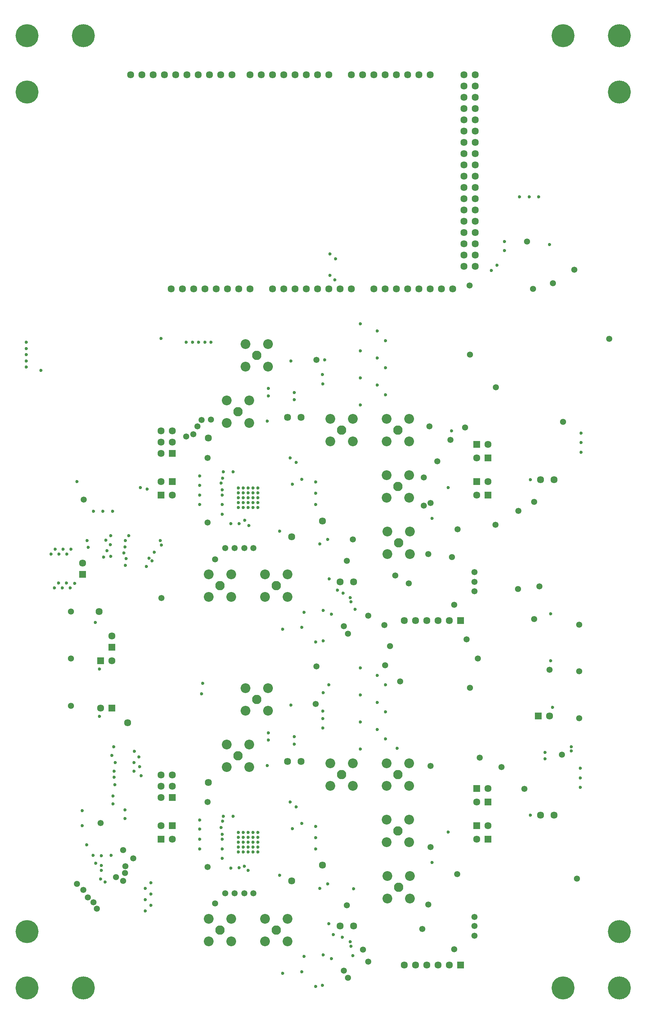
<source format=gbr>
%TF.GenerationSoftware,Altium Limited,Altium Designer,23.1.1 (15)*%
G04 Layer_Color=16711935*
%FSLAX45Y45*%
%MOMM*%
%TF.SameCoordinates,0F2ED6FA-663B-4D60-9F9C-34395667DD86*%
%TF.FilePolarity,Negative*%
%TF.FileFunction,Soldermask,Bot*%
%TF.Part,Single*%
G01*
G75*
%TA.AperFunction,ViaPad*%
%ADD71C,5.19200*%
%TA.AperFunction,ComponentPad*%
%ADD72C,1.61200*%
%ADD73C,5.19200*%
%ADD74C,2.21200*%
%ADD75R,1.61200X1.61200*%
%ADD76C,2.11200*%
%ADD77R,1.61200X1.61200*%
%TA.AperFunction,ViaPad*%
%ADD78C,0.74700*%
%ADD79C,1.61200*%
%ADD80C,1.38200*%
D71*
X12471400Y381000D02*
D03*
X13741400Y1651000D02*
D03*
Y20574001D02*
D03*
X12471400Y21844000D02*
D03*
X1651000Y381000D02*
D03*
X381000Y1651000D02*
D03*
Y20574001D02*
D03*
X1651000Y21844000D02*
D03*
D72*
X11963400Y11836400D02*
D03*
X6261100Y13246100D02*
D03*
Y5486400D02*
D03*
X11963400Y4279900D02*
D03*
X7442200Y9537700D02*
D03*
Y1778000D02*
D03*
X1638300Y9956800D02*
D03*
X10490200Y16649699D02*
D03*
X10236200D02*
D03*
X5156200Y16141701D02*
D03*
X4902200D02*
D03*
X3479800Y20967700D02*
D03*
X12268200Y11836400D02*
D03*
X3403600Y12433300D02*
D03*
X3657600Y12687300D02*
D03*
X3403600D02*
D03*
X3657600Y12941299D02*
D03*
X3403600D02*
D03*
Y4673600D02*
D03*
X3657600Y4927600D02*
D03*
X3403600D02*
D03*
X3657600Y5181600D02*
D03*
X3403600D02*
D03*
X6565900Y5486400D02*
D03*
X7747000Y1778000D02*
D03*
X4470400Y5016500D02*
D03*
X9906000Y901700D02*
D03*
X9652000D02*
D03*
X9398000D02*
D03*
X9144000D02*
D03*
X8890000D02*
D03*
X6350000Y2794000D02*
D03*
X7048500Y3149600D02*
D03*
X3403600Y4038600D02*
D03*
X3657600Y3733800D02*
D03*
X10782300Y4876800D02*
D03*
X10528300Y4572000D02*
D03*
X10782300Y4038600D02*
D03*
X10528300Y3733800D02*
D03*
X7048500Y10909300D02*
D03*
X4470400Y12776200D02*
D03*
X10782300Y11798300D02*
D03*
X10528300Y11493500D02*
D03*
X10782300Y12636500D02*
D03*
X10528300Y12331700D02*
D03*
X3403600Y11798300D02*
D03*
X3657600Y11493500D02*
D03*
X6350000Y10553700D02*
D03*
X9906000Y8661400D02*
D03*
X9652000D02*
D03*
X9398000D02*
D03*
X9144000D02*
D03*
X8890000D02*
D03*
X7747000Y9537700D02*
D03*
X6565900Y13246100D02*
D03*
X12166600Y6515100D02*
D03*
X2044700Y6692900D02*
D03*
X2298700Y7759700D02*
D03*
Y8318500D02*
D03*
X12268200Y4279900D02*
D03*
X6172200Y16141701D02*
D03*
X6680200D02*
D03*
X6426200D02*
D03*
X7188200D02*
D03*
X6934200D02*
D03*
X7696200D02*
D03*
X7442200D02*
D03*
X5918200D02*
D03*
X10490200Y16903700D02*
D03*
X10236200D02*
D03*
X10490200Y17665700D02*
D03*
Y17411700D02*
D03*
Y17157700D02*
D03*
Y17919701D02*
D03*
X10236200Y17665700D02*
D03*
Y17411700D02*
D03*
Y17157700D02*
D03*
Y17919701D02*
D03*
X10490200Y18935699D02*
D03*
Y18681700D02*
D03*
X10236200D02*
D03*
X10490200Y18427699D02*
D03*
X10236200D02*
D03*
X10490200Y18173700D02*
D03*
X10236200D02*
D03*
Y18935699D02*
D03*
X10490200Y19697701D02*
D03*
Y19443700D02*
D03*
Y19189700D02*
D03*
Y19951700D02*
D03*
X10236200Y19697701D02*
D03*
Y19443700D02*
D03*
Y19189700D02*
D03*
Y19951700D02*
D03*
X7950200Y20967700D02*
D03*
X8458200D02*
D03*
X8204200D02*
D03*
X8966200D02*
D03*
X8712200D02*
D03*
X9474200D02*
D03*
X9220200D02*
D03*
X7696200D02*
D03*
X5664200D02*
D03*
X6172200D02*
D03*
X5918200D02*
D03*
X6680200D02*
D03*
X6426200D02*
D03*
X7188200D02*
D03*
X6934200D02*
D03*
X3987800D02*
D03*
X3733800D02*
D03*
X4495800D02*
D03*
X4241800D02*
D03*
X2971800D02*
D03*
X2717800D02*
D03*
X3225800D02*
D03*
X5003800D02*
D03*
X4749800D02*
D03*
X5410200D02*
D03*
X10490200D02*
D03*
Y20713699D02*
D03*
X10236200D02*
D03*
X10490200Y20459700D02*
D03*
X10236200D02*
D03*
X10490200Y20205701D02*
D03*
X10236200D02*
D03*
Y20967700D02*
D03*
X8458200Y16141701D02*
D03*
X8966200D02*
D03*
X8712200D02*
D03*
X9474200D02*
D03*
X9220200D02*
D03*
X9982200D02*
D03*
X9728200D02*
D03*
X8204200D02*
D03*
X3886200D02*
D03*
X4394200D02*
D03*
X4140200D02*
D03*
X4648200D02*
D03*
X5410200D02*
D03*
X3632200D02*
D03*
D73*
X381000Y21844000D02*
D03*
Y381000D02*
D03*
X13741400Y21844000D02*
D03*
Y381000D02*
D03*
D74*
X9004300Y13208000D02*
D03*
X8496300D02*
D03*
X9004300Y12700000D02*
D03*
X8496300Y11938000D02*
D03*
Y12700000D02*
D03*
X9004300Y11430000D02*
D03*
Y11938000D02*
D03*
X9017000Y10668000D02*
D03*
X8509000D02*
D03*
X8496300Y11430000D02*
D03*
X9017000Y10160000D02*
D03*
X8509000D02*
D03*
X7226300Y13208000D02*
D03*
X5816600Y14389101D02*
D03*
Y14897099D02*
D03*
X7734300Y13208000D02*
D03*
Y12700000D02*
D03*
X7226300D02*
D03*
X5397500Y13119099D02*
D03*
Y13627100D02*
D03*
X6261100Y9194800D02*
D03*
Y9702800D02*
D03*
X5753100Y9194800D02*
D03*
Y9702800D02*
D03*
X9004300Y4178300D02*
D03*
Y4940300D02*
D03*
X9017000Y2908300D02*
D03*
Y2400300D02*
D03*
X9004300Y5448300D02*
D03*
X8496300Y4178300D02*
D03*
Y4940300D02*
D03*
X9004300Y3670300D02*
D03*
X8509000Y2908300D02*
D03*
X8496300Y3670300D02*
D03*
Y5448300D02*
D03*
X8509000Y2400300D02*
D03*
X7226300Y5448300D02*
D03*
X5816600Y6629400D02*
D03*
Y7137400D02*
D03*
X7734300Y5448300D02*
D03*
Y4940300D02*
D03*
X7226300D02*
D03*
X5397500Y5359400D02*
D03*
Y5867400D02*
D03*
X6261100Y1435100D02*
D03*
Y1943100D02*
D03*
X5753100Y1435100D02*
D03*
Y1943100D02*
D03*
X5308600Y14897099D02*
D03*
Y14389101D02*
D03*
X4889500Y13119099D02*
D03*
Y13627100D02*
D03*
X5308600Y7137400D02*
D03*
Y6629400D02*
D03*
X4991100Y9702800D02*
D03*
Y9194800D02*
D03*
X4889500Y5359400D02*
D03*
Y5867400D02*
D03*
X4483100Y9194800D02*
D03*
Y9702800D02*
D03*
X4991100Y1943100D02*
D03*
Y1435100D02*
D03*
X4483100D02*
D03*
Y1943100D02*
D03*
D75*
X3657600Y12433300D02*
D03*
Y4673600D02*
D03*
X1638300Y9702800D02*
D03*
X2298700Y8064500D02*
D03*
D76*
X6007100Y1689100D02*
D03*
X5143500Y5613400D02*
D03*
X4737100Y1689100D02*
D03*
X7480300Y5194300D02*
D03*
X5562600Y6883400D02*
D03*
X8750300Y5194300D02*
D03*
X8763000Y2654300D02*
D03*
X8750300Y3924300D02*
D03*
X8763000Y10414000D02*
D03*
X8750300Y11684000D02*
D03*
X5562600Y14643100D02*
D03*
X8750300Y12953999D02*
D03*
X4737100Y9448800D02*
D03*
X7480300Y12953999D02*
D03*
X6007100Y9448800D02*
D03*
X5143500Y13373100D02*
D03*
D77*
X10160000Y901700D02*
D03*
X3657600Y4038600D02*
D03*
X3403600Y3733800D02*
D03*
X10528300Y4876800D02*
D03*
X10782300Y4572000D02*
D03*
X10528300Y4038600D02*
D03*
X10782300Y3733800D02*
D03*
X10528300Y11798300D02*
D03*
X10782300Y11493500D02*
D03*
X10528300Y12636500D02*
D03*
X10782300Y12331700D02*
D03*
X3657600Y11798300D02*
D03*
X3403600Y11493500D02*
D03*
X10160000Y8661400D02*
D03*
X11912600Y6515100D02*
D03*
X2298700Y6692900D02*
D03*
X2044700Y7759700D02*
D03*
D78*
X3390900Y10464800D02*
D03*
X7747000Y2616200D02*
D03*
X8729643Y5786241D02*
D03*
X8280400Y7429500D02*
D03*
X8470900Y7213600D02*
D03*
X9522800Y3212079D02*
D03*
X12865100Y5334000D02*
D03*
X12877800Y12674600D02*
D03*
Y12890500D02*
D03*
Y12458700D02*
D03*
X12661900Y5816600D02*
D03*
X10855637Y16551741D02*
D03*
X7213600Y16446500D02*
D03*
X7216330Y16931801D02*
D03*
X7327900Y16344901D02*
D03*
X7340600Y16814799D02*
D03*
X6410518Y13806339D02*
D03*
X10985500Y16675101D02*
D03*
X12166600Y17138651D02*
D03*
X11150600Y17203650D02*
D03*
X11493500Y18211800D02*
D03*
X11709400D02*
D03*
X11925300D02*
D03*
X11150600Y17005299D02*
D03*
X12865100Y4902200D02*
D03*
Y5118100D02*
D03*
X2057400Y3365500D02*
D03*
X1631108Y4381736D02*
D03*
X1625600Y4038600D02*
D03*
X1727200Y3606800D02*
D03*
X1876729Y3370624D02*
D03*
X2283129D02*
D03*
X2057400Y3143250D02*
D03*
X1930400Y3194050D02*
D03*
X7055902Y6244332D02*
D03*
X7053798Y6457950D02*
D03*
X7056340Y13995399D02*
D03*
X7048500Y14211301D02*
D03*
X2311400Y11125200D02*
D03*
X2095500D02*
D03*
X1879600D02*
D03*
X4279900Y3517900D02*
D03*
Y3733800D02*
D03*
Y4171950D02*
D03*
Y3962400D02*
D03*
Y11925300D02*
D03*
Y11709400D02*
D03*
Y11277600D02*
D03*
Y11493500D02*
D03*
X4762500Y11760200D02*
D03*
X4791578Y11876955D02*
D03*
X4394200Y14941550D02*
D03*
X4254500D02*
D03*
X4114800D02*
D03*
X3975100D02*
D03*
X4533900D02*
D03*
X3403600Y15024100D02*
D03*
X368300Y14376401D02*
D03*
X698500Y14300200D02*
D03*
X368300Y14935201D02*
D03*
Y14795500D02*
D03*
Y14655800D02*
D03*
Y14516100D02*
D03*
X5029200Y12014200D02*
D03*
X4813300D02*
D03*
X7782034Y8917145D02*
D03*
X7383886Y9347200D02*
D03*
X7061200Y7035800D02*
D03*
X7054327Y6620470D02*
D03*
X5384800Y10807700D02*
D03*
X2146300Y2768600D02*
D03*
X5166589Y3092450D02*
D03*
X3175000Y2755900D02*
D03*
X5372100Y3035300D02*
D03*
X5283200Y3124200D02*
D03*
X2039276Y2838060D02*
D03*
X3049221Y2122121D02*
D03*
X2057400Y3035300D02*
D03*
X4791655Y4143920D02*
D03*
X4787900Y3848100D02*
D03*
Y11607800D02*
D03*
X5295900Y10922000D02*
D03*
X4762343Y4003299D02*
D03*
X1016000Y10274300D02*
D03*
X1371600D02*
D03*
X927100Y10160000D02*
D03*
X1282700D02*
D03*
X1193800Y10274300D02*
D03*
X1104900Y10160000D02*
D03*
X1181100Y9398000D02*
D03*
X1456248Y9505056D02*
D03*
X1270000Y9512300D02*
D03*
X1358900Y9398000D02*
D03*
X1092200Y9512300D02*
D03*
X1003300Y9398000D02*
D03*
X2349500Y5270500D02*
D03*
Y5130800D02*
D03*
X2362200Y4965700D02*
D03*
X2374900Y5461000D02*
D03*
X2298700Y5626100D02*
D03*
X2336800Y5816600D02*
D03*
X2959100Y5168900D02*
D03*
X2794000Y5270500D02*
D03*
X2921000Y5372100D02*
D03*
X2794000Y5461000D02*
D03*
X2908300Y5588000D02*
D03*
X2806700Y5715000D02*
D03*
X4343400Y7251700D02*
D03*
X4318000Y7010400D02*
D03*
X7188200Y7213600D02*
D03*
X2184400Y10236200D02*
D03*
X2108200Y10096500D02*
D03*
X2273300Y10109200D02*
D03*
X2260600Y10375900D02*
D03*
X2159000Y10477500D02*
D03*
X2273300Y10579100D02*
D03*
X1739900Y10464800D02*
D03*
X1765300Y10312400D02*
D03*
X2603500Y9906000D02*
D03*
X2616200Y10058400D02*
D03*
X2565400Y10185400D02*
D03*
X2590800Y10325100D02*
D03*
X2603500Y10464800D02*
D03*
X2679700Y10579100D02*
D03*
X12661900Y5727700D02*
D03*
X12065000Y5549900D02*
D03*
Y5689600D02*
D03*
X1511300Y11798300D02*
D03*
X2940096Y11666362D02*
D03*
X3089239Y11624711D02*
D03*
X7691354Y1325646D02*
D03*
X7251700Y1047750D02*
D03*
X7737135Y1112545D02*
D03*
X7670800Y1422400D02*
D03*
X2590800Y4394200D02*
D03*
Y4203700D02*
D03*
X2324100Y4711700D02*
D03*
Y4533900D02*
D03*
X2019300Y6502400D02*
D03*
X7188200Y1828800D02*
D03*
X7289800Y1587500D02*
D03*
X7203211Y9603511D02*
D03*
X7691354Y9085346D02*
D03*
X7512050Y9283700D02*
D03*
X7251700Y8807450D02*
D03*
X7670800Y9182100D02*
D03*
X6337300Y6756400D02*
D03*
X6896100Y8178800D02*
D03*
X11734800Y11836400D02*
D03*
X12239833Y6705600D02*
D03*
X12192000Y7759700D02*
D03*
X6146800Y8470900D02*
D03*
X7061200Y8204200D02*
D03*
Y8890000D02*
D03*
X7048500Y444500D02*
D03*
X7061200Y1130300D02*
D03*
X1924050Y8623300D02*
D03*
X3416300Y10369550D02*
D03*
X3200400Y10007600D02*
D03*
X3073400Y9880600D02*
D03*
X3138119Y10069881D02*
D03*
X3253699Y10208301D02*
D03*
X3175000Y2501900D02*
D03*
X3048000Y2628900D02*
D03*
X3175000Y2247900D02*
D03*
X3048000Y2374900D02*
D03*
X2019300Y7569200D02*
D03*
X6578600Y749300D02*
D03*
X6896100Y419100D02*
D03*
X7899400Y7594600D02*
D03*
X6318250Y4572000D02*
D03*
X6453475Y4466412D02*
D03*
X9880600Y3898900D02*
D03*
X6366617Y3977025D02*
D03*
X6578600Y4089400D02*
D03*
X6410518Y6046638D02*
D03*
X5829300Y6134100D02*
D03*
X6410518Y5881538D02*
D03*
X5829300Y5969000D02*
D03*
X5803900Y5397500D02*
D03*
X7493000Y1524000D02*
D03*
X6985000Y2628900D02*
D03*
X7162800Y2730500D02*
D03*
X7899400Y6375400D02*
D03*
Y5765800D02*
D03*
X6629400Y1092200D02*
D03*
X6146800Y711200D02*
D03*
X7899400Y6985000D02*
D03*
X8470900Y6604000D02*
D03*
Y5994400D02*
D03*
X6896100Y4025900D02*
D03*
Y3771900D02*
D03*
Y3517900D02*
D03*
X4787900Y3302000D02*
D03*
Y3517900D02*
D03*
X4813300Y4254500D02*
D03*
X5029200D02*
D03*
X6083300Y2921000D02*
D03*
X6318250Y12331700D02*
D03*
X5829300Y13893800D02*
D03*
X6410518Y13641238D02*
D03*
X5829300Y13728700D02*
D03*
X6985000Y10388600D02*
D03*
X6578600Y11849100D02*
D03*
X6629400Y8851900D02*
D03*
X6337300Y14516100D02*
D03*
X7099300Y14541499D02*
D03*
X6896100Y11277600D02*
D03*
Y11531600D02*
D03*
Y11785600D02*
D03*
X6453475Y12226112D02*
D03*
X5803900Y13157201D02*
D03*
X11734800Y4279900D02*
D03*
X12192000Y8813800D02*
D03*
X4787900Y3733800D02*
D03*
X8280400Y6819900D02*
D03*
Y6210300D02*
D03*
X4978400Y3086100D02*
D03*
X6083300Y10680700D02*
D03*
X5168900Y10845800D02*
D03*
X4787900Y11061700D02*
D03*
Y11277600D02*
D03*
X8470900Y13754100D02*
D03*
Y14363699D02*
D03*
Y14973300D02*
D03*
X9956800Y12941299D02*
D03*
X7162800Y10490200D02*
D03*
X6366617Y11736725D02*
D03*
X6578600Y8509000D02*
D03*
X7899400Y14744701D02*
D03*
Y14135100D02*
D03*
X8280400Y14579601D02*
D03*
Y13970000D02*
D03*
X7899400Y13525500D02*
D03*
Y15354300D02*
D03*
X8280400Y15189200D02*
D03*
X9522800Y10971779D02*
D03*
X9880600Y11658600D02*
D03*
X4787900Y11493500D02*
D03*
X4978400Y10845800D02*
D03*
X5372100Y11650000D02*
D03*
X5592100D02*
D03*
X5482102D02*
D03*
X5592100Y11540002D02*
D03*
X5482102D02*
D03*
X5372100D02*
D03*
X5482102Y11430000D02*
D03*
X5592100D02*
D03*
Y11319998D02*
D03*
X5482102D02*
D03*
X5372100Y11430000D02*
D03*
Y11319998D02*
D03*
X5592100Y11210000D02*
D03*
X5372100D02*
D03*
X5482102D02*
D03*
X5372100Y3890300D02*
D03*
X5592100D02*
D03*
X5482102D02*
D03*
X5592100Y3780302D02*
D03*
X5482102D02*
D03*
X5372100D02*
D03*
X5482102Y3670300D02*
D03*
X5592100D02*
D03*
Y3560298D02*
D03*
X5482102D02*
D03*
X5372100Y3670300D02*
D03*
Y3560298D02*
D03*
X5592100Y3450300D02*
D03*
X5372100D02*
D03*
X5482102D02*
D03*
X5262098Y11650000D02*
D03*
Y11540002D02*
D03*
X5152100Y11650000D02*
D03*
Y11540002D02*
D03*
X5262098Y11430000D02*
D03*
Y11319998D02*
D03*
X5152100Y11210000D02*
D03*
X5262098D02*
D03*
X5152100Y11430000D02*
D03*
Y11319998D02*
D03*
X5262098Y3890300D02*
D03*
X5152100D02*
D03*
X5262098Y3780302D02*
D03*
Y3670300D02*
D03*
Y3560298D02*
D03*
Y3450300D02*
D03*
X5152100Y3670300D02*
D03*
Y3780302D02*
D03*
Y3450300D02*
D03*
Y3560298D02*
D03*
D79*
X2654300Y6362700D02*
D03*
X2006600Y8864600D02*
D03*
D80*
X9969500Y10096500D02*
D03*
X8686800Y9677400D02*
D03*
X8077230Y8772652D02*
D03*
X10947400Y10820400D02*
D03*
X11798300Y16141701D02*
D03*
X10960100Y13919200D02*
D03*
X10375900Y7150100D02*
D03*
X8801100Y7289800D02*
D03*
X6908800Y7632700D02*
D03*
X13512801Y15011400D02*
D03*
X12242800Y16268700D02*
D03*
X12788900Y2844800D02*
D03*
X12725400Y16573500D02*
D03*
X12839700Y8572500D02*
D03*
X10375900Y14655800D02*
D03*
X10363200Y16217900D02*
D03*
X9334500Y11887200D02*
D03*
X7734300Y10490200D02*
D03*
X9334500Y11252200D02*
D03*
X9639300Y12255500D02*
D03*
X9931400Y12738100D02*
D03*
X10261600Y13017500D02*
D03*
X11658600Y17208501D02*
D03*
X12471400Y13144501D02*
D03*
X10477500Y9321800D02*
D03*
Y9537700D02*
D03*
Y9753600D02*
D03*
Y1562100D02*
D03*
Y1778000D02*
D03*
Y1981200D02*
D03*
X2603500Y3130550D02*
D03*
X5486400Y2514600D02*
D03*
X5283200D02*
D03*
X5067300D02*
D03*
X4851400D02*
D03*
X4622800Y2286000D02*
D03*
X5486400Y10299700D02*
D03*
X5283200D02*
D03*
X5067300D02*
D03*
X4851400D02*
D03*
X4457700Y12331700D02*
D03*
X4318000Y13182600D02*
D03*
X4533900Y13195300D02*
D03*
X4229100Y13042900D02*
D03*
X4133850Y12865100D02*
D03*
X11468100Y11137900D02*
D03*
X11823700Y11341100D02*
D03*
X11938000Y9436100D02*
D03*
X11823700Y8699500D02*
D03*
X8572500Y8089900D02*
D03*
X8445500Y8559800D02*
D03*
X6896100Y6781800D02*
D03*
X12447275Y5638800D02*
D03*
X2552700Y3492500D02*
D03*
X3975100Y12814301D02*
D03*
X1955800Y2171700D02*
D03*
X1879600Y2311400D02*
D03*
X1511300Y2730500D02*
D03*
X1651000Y2590800D02*
D03*
X1752600Y2425700D02*
D03*
X2552700Y2794000D02*
D03*
X2597788Y2977512D02*
D03*
X2387600Y2882900D02*
D03*
X2781300Y3302000D02*
D03*
X1371600Y8864600D02*
D03*
X11455400Y9372600D02*
D03*
X9296400Y1714500D02*
D03*
X9436100Y2260600D02*
D03*
X8077200Y977900D02*
D03*
X8997762Y9506138D02*
D03*
X9436100Y10160000D02*
D03*
X9486900Y5384800D02*
D03*
X12166600Y7556500D02*
D03*
X10591800Y5575300D02*
D03*
X11601826Y4870826D02*
D03*
X11087100Y5359400D02*
D03*
X10299700Y8242300D02*
D03*
X10553700Y7810500D02*
D03*
X10096500Y10718800D02*
D03*
X10083800Y2946400D02*
D03*
X8458200Y7658100D02*
D03*
X7531100Y8534400D02*
D03*
X3416173Y9176730D02*
D03*
X2040357Y4105143D02*
D03*
X1371600Y6743700D02*
D03*
Y7810500D02*
D03*
X1663700Y11391900D02*
D03*
X12839700Y6464300D02*
D03*
Y7518400D02*
D03*
X10020300Y1257300D02*
D03*
X4457700Y3111500D02*
D03*
Y4572000D02*
D03*
X7594600Y2247900D02*
D03*
X7962900Y1244600D02*
D03*
X7531100Y774700D02*
D03*
X7620000Y609600D02*
D03*
Y8369300D02*
D03*
X7594600Y10007600D02*
D03*
X10020300Y9017000D02*
D03*
X9486900Y3556000D02*
D03*
X4622800Y10045700D02*
D03*
X6908800Y14541499D02*
D03*
X9486900Y11315700D02*
D03*
X9461500Y13042900D02*
D03*
X4457700Y10871200D02*
D03*
%TF.MD5,746e05629068ca0b96be57275229b979*%
M02*

</source>
